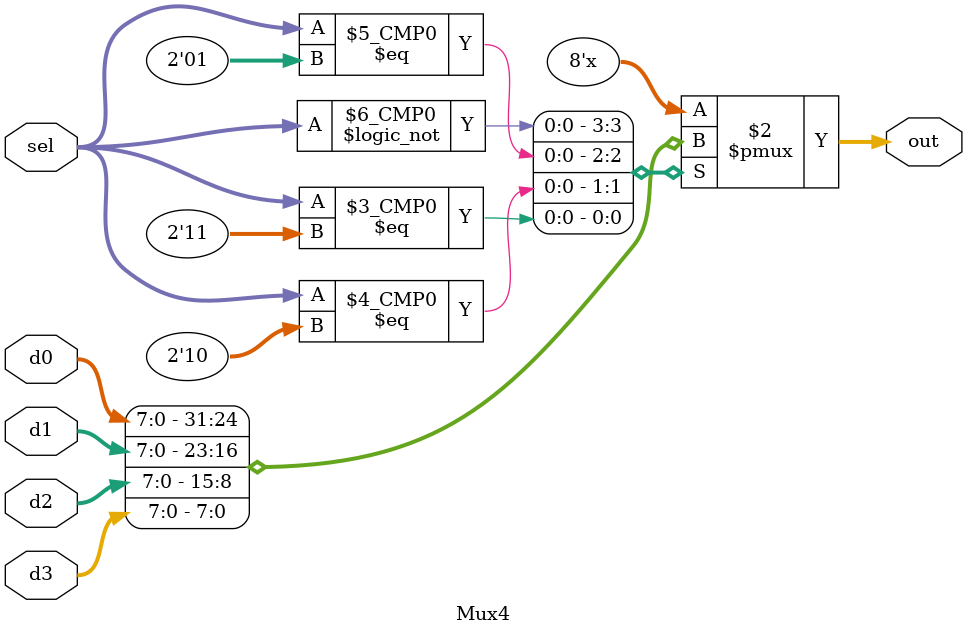
<source format=v>
module Mux4 #(
    parameter WIDTH = 8
)(
    input wire [WIDTH-1:0] d0, d1, d2, d3,
    input wire [1:0] sel,
    output reg [WIDTH-1:0] out
);
    always @(*) begin
        case (sel)
            2'b00: out = d0;
            2'b01: out = d1;
            2'b10: out = d2;
            2'b11: out = d3;
        endcase
    end
endmodule
</source>
